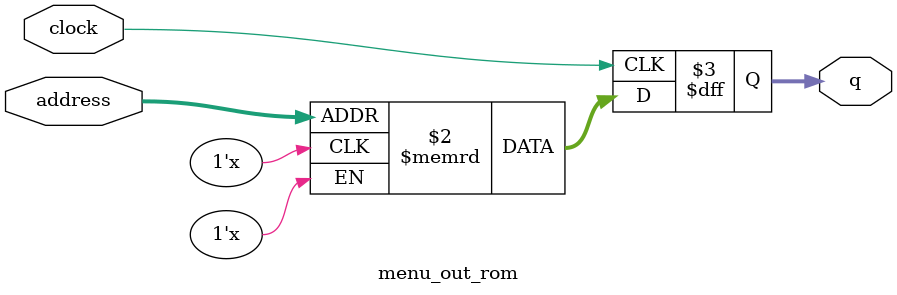
<source format=sv>
module menu_out_rom (
	input logic clock,
	input logic [18:0] address,
	output logic [1:0] q
);

logic [1:0] memory [0:307199] /* synthesis ram_init_file = "./menu_out/menu_out.mif" */;

always_ff @ (posedge clock) begin
	q <= memory[address];
end

endmodule

</source>
